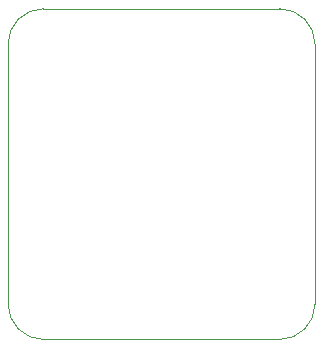
<source format=gm1>
%TF.GenerationSoftware,KiCad,Pcbnew,8.0.2*%
%TF.CreationDate,2024-12-26T16:28:57-05:00*%
%TF.ProjectId,Lumen Sensor,4c756d65-6e20-4536-956e-736f722e6b69,rev?*%
%TF.SameCoordinates,Original*%
%TF.FileFunction,Profile,NP*%
%FSLAX46Y46*%
G04 Gerber Fmt 4.6, Leading zero omitted, Abs format (unit mm)*
G04 Created by KiCad (PCBNEW 8.0.2) date 2024-12-26 16:28:57*
%MOMM*%
%LPD*%
G01*
G04 APERTURE LIST*
%TA.AperFunction,Profile*%
%ADD10C,0.050000*%
%TD*%
G04 APERTURE END LIST*
D10*
X121000000Y-43999999D02*
X121000001Y-66000001D01*
X118000000Y-40999999D02*
G75*
G02*
X121000001Y-43999999I0J-3000001D01*
G01*
X95000001Y-43999999D02*
X94999999Y-66000003D01*
X121000001Y-66000001D02*
G75*
G02*
X118000001Y-69000001I-3000001J1D01*
G01*
X97999997Y-69000003D02*
X118000001Y-69000001D01*
X94999999Y-43999999D02*
G75*
G02*
X97999999Y-40999999I3000001J-1D01*
G01*
X97999999Y-40999999D02*
X118000000Y-40999999D01*
X97999997Y-69000003D02*
G75*
G02*
X94999997Y-66000003I3J3000003D01*
G01*
M02*

</source>
